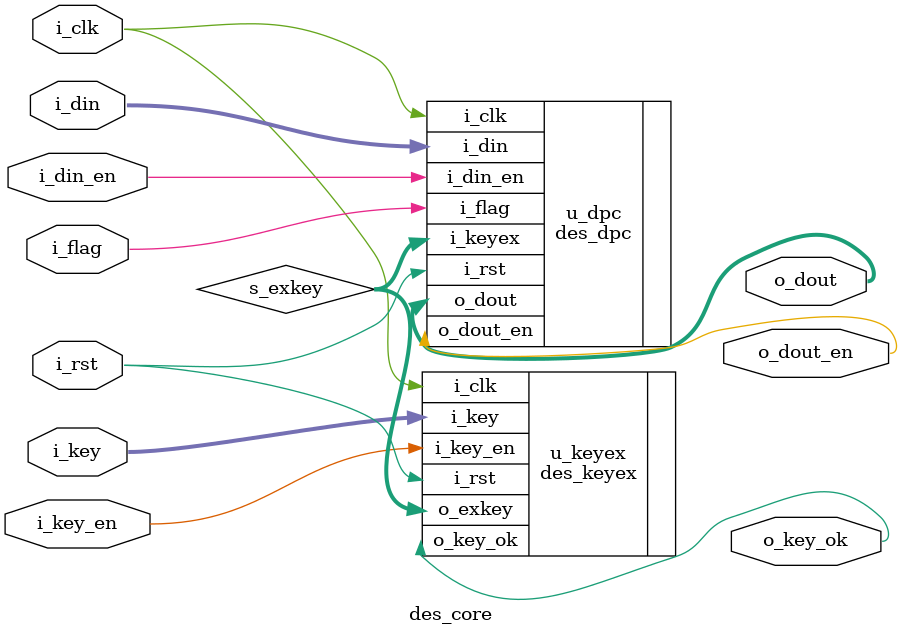
<source format=v>
/*  
Copyright 2019 XCrypt Studio                
																	 
Licensed under the Apache License, Version 2.0 (the "License");         
you may not use this file except in compliance with the License.        
You may obtain a copy of the License at                                 
																	 
 http://www.apache.org/licenses/LICENSE-2.0                          
																	 
Unless required by applicable law or agreed to in writing, software    
distributed under the License is distributed on an "AS IS" BASIS,       
WITHOUT WARRANTIES OR CONDITIONS OF ANY KIND, either express or implied.
See the License for the specific language governing permissions and     
limitations under the License.                                          
*/  

// ------------------------------------------------------------------------------
// File name        :   des_core.v
// Function         :   DES Cryptographic Algorithm Core 
// ------------------------------------------------------------------------------
// Author           :   Xie
// Version          £º  v-1.0
// Date				:   2019-1-25
// Email            :   xcrypt@126.com
// copyright        £º  XCrypt Studio
// ------------------------------------------------------------------------------

module des_core(
    input           i_clk,
    input           i_rst,
    input           i_flag,    //1-encrypt,0-decrypt
    input  [63:0]   i_key,
    input           i_key_en,  //1-key init start
	output 			o_key_ok,  //1-key init done
    input  [63:0]   i_din,
    input           i_din_en,
    output [63:0]   o_dout,
    output          o_dout_en
    );
 
	wire  [48*16-1:0] s_exkey;
 
	//key expand
	des_keyex u_keyex(
	.i_clk		(i_clk		),
	.i_rst		(i_rst		),
	.i_key		(i_key		),
	.i_key_en	(i_key_en	),
	.o_exkey	(s_exkey	),
	.o_key_ok	(o_key_ok	)	
	);

	//data encrypt or decrypt
	des_dpc u_dpc(
	.i_clk		(i_clk		),
	.i_rst		(i_rst		),	
	.i_flag		(i_flag		),
	.i_keyex	(s_exkey	),
    .i_din		(i_din		),
    .i_din_en	(i_din_en	),
    .o_dout		(o_dout		),
    .o_dout_en	(o_dout_en	)
	);	
	
endmodule

</source>
